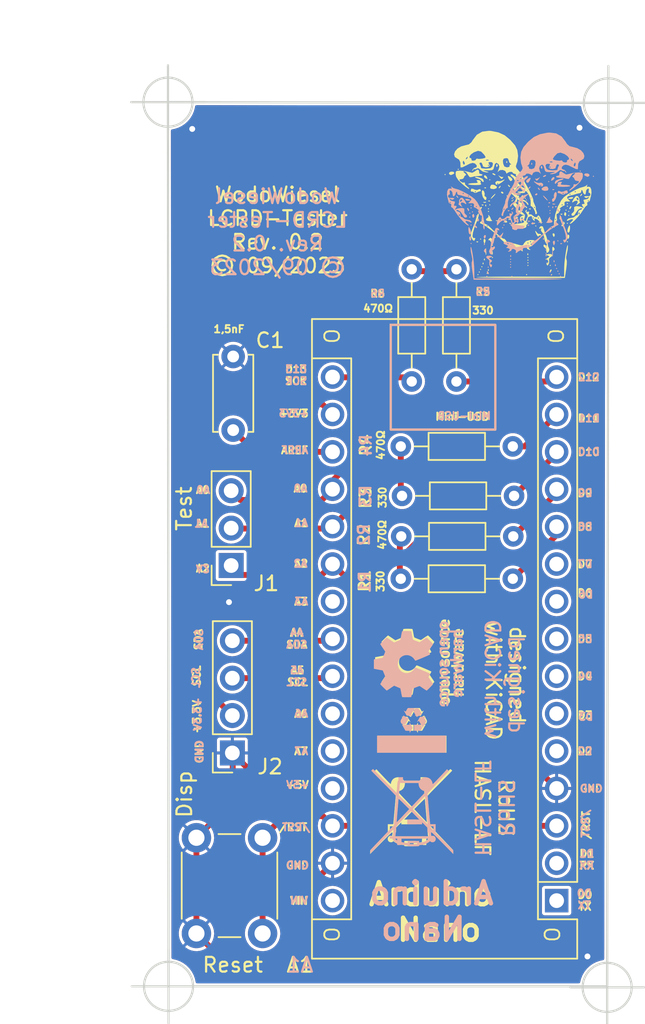
<source format=kicad_pcb>
(kicad_pcb (version 20211014) (generator pcbnew)
  (title_block (title "LCRD-TesterX") (date "2023-09-16") (rev "0.2") (company "WodoWiesel"))
  (layers (0 "F.Cu" mixed) (31 "B.Cu" mixed) (34 "B.Paste" user) (35 "F.Paste" user) (36 "B.SilkS" user "B.Silkscreen") (37 "F.SilkS" user "F.Silkscreen") (38 "B.Mask" user) (39 "F.Mask" user) (44 "Edge.Cuts" user))
  (net 0 "")
  (net 2 "Net-(A1-Pad17)")
  (net 5 "GND")
  (net 11 "Net-(A1-Pad19)")
  (net 12 "Net-(A1-Pad20)")
  (net 13 "Net-(A1-Pad21)")
  (net 15 "Net-(A1-Pad23)")
  (net 17 "Net-(A1-Pad24)")
  (net 19 "Net-(A1-Pad11)")
  (net 21 "Net-(A1-Pad12)")
  (net 22 "Net-(A1-Pad13)")
  (net 23 "Net-(A1-Pad14)")
  (net 24 "Net-(A1-Pad15)")
  (net 25 "Net-(A1-Pad16)")
  (net 26 "Net-(A1-Pad28)")
  (net 27 "Net-(A1-Pad18)")
  (footprint "Connector_PinSocket_2.54mm:PinSocket_1x03_P2.54mm_Vertical" (layer "F.Cu") (at 96.2605 109.62 180)
    (fp_text reference "J1" (at -2.3915 -1.218) (layer "F.SilkS"))
    (fp_text value "Test" (at 3.1965 3.862 270) (layer "F.SilkS"))
    (pad "1" thru_hole rect (at 0 0 180) (size 1.7 1.7) (drill 1) (layers *.Cu *.Mask) (net 13 "Net-(A1-Pad21)"))
    (pad "2" thru_hole oval (at 0 2.54 180) (size 1.7 1.7) (drill 1) (layers *.Cu *.Mask) (net 12 "Net-(A1-Pad20)"))
    (pad "3" thru_hole oval (at 0 5.08 180) (size 1.7 1.7) (drill 1) (layers *.Cu *.Mask) (net 11 "Net-(A1-Pad19)"))
  )
  (footprint "Resistor_THT:R_Axial_DIN0204_L3.6mm_D1.6mm_P7.62mm_Horizontal" (layer "F.Cu") (at 108.542 97.12 90)
    (fp_text reference "R6" (at 5.97 -2.3205) (layer "F.SilkS") (effects (font (size 0.5 0.5) (thickness 0.125))))
    (fp_text value "470Ω" (at 4.954 -2.29 180) (layer "F.SilkS") (effects (font (size 0.5 0.5) (thickness 0.125))))
    (fp_text user "${REFERENCE}" (at 5.97 -2.3205) (layer "B.SilkS") (effects (font (size 0.5 0.5) (thickness 0.108)) (justify mirror)))
    (pad "1" thru_hole circle (at 0 0 90) (size 1.4 1.4) (drill 0.7) (layers *.Cu *.Mask) (net 25 "Net-(A1-Pad16)"))
    (pad "2" thru_hole oval (at 7.62 0 90) (size 1.4 1.4) (drill 0.7) (layers *.Cu *.Mask) (net 13 "Net-(A1-Pad21)"))
  )
  (footprint "Resistor_THT:R_Axial_DIN0204_L3.6mm_D1.6mm_P7.62mm_Horizontal" (layer "F.Cu") (at 107.796 110.52)
    (fp_text reference "R1" (at -2.45 0.15 90) (layer "F.SilkS") (effects (font (size 0.75 0.75))))
    (fp_text value "330" (at -1.38 0.17 90) (layer "F.SilkS") (effects (font (size 0.5 0.5) (thickness 0.125))))
    (fp_text user "${REFERENCE}" (at -2.45 0.22 90) (layer "B.SilkS") (effects (font (size 0.75 0.75)) (justify mirror)))
    (pad "1" thru_hole circle locked (at 0 0) (size 1.4 1.4) (drill 0.7) (layers *.Cu *.Mask) (net 11 "Net-(A1-Pad19)"))
    (pad "2" thru_hole oval locked (at 7.62 0) (size 1.4 1.4) (drill 0.7) (layers *.Cu *.Mask) (net 19 "Net-(A1-Pad11)"))
  )
  (footprint "Capacitor_THT:C_Disc_D5.0mm_W2.5mm_P5.00mm" (layer "F.Cu") (at 96.3965 100.424 90)
    (fp_text reference "C1" (at 6.096 2.5095) (layer "F.SilkS"))
    (fp_text value "1,5nF" (at 6.858 -0.2845) (layer "F.SilkS") (effects (font (size 0.5 0.5) (thickness 0.125))))
    (pad "1" thru_hole circle (at 0 0 90) (size 1.6 1.6) (drill 0.8) (layers *.Cu *.Mask) (net 27 "Net-(A1-Pad18)"))
    (pad "2" thru_hole circle (at 5 0 90) (size 1.6 1.6) (drill 0.8) (layers *.Cu *.Mask) (net 5 "GND"))
  )
  (footprint "Logos:wiesel-kicad-back-white" (layer "F.Cu") (at 115.772 85.08)
    (fp_text reference "G21" hide)
    (fp_text value "LOGO" hide)
  )
  (footprint "Module:Arduino_Nano" (layer "F.Cu") (at 118.3955 132.38 180)
    (fp_text reference "A1" (at 17.4575 -4.366) (layer "B.SilkS") (effects (justify mirror)))
    (fp_text value "Arduino_Nano_v3.x")
    (fp_text user "${REFERENCE}" (at 17.4575 -4.366) (layer "F.SilkS"))
    (pad "1" thru_hole rect locked (at 0 0 180) (size 1.6 1.6) (drill 1) (layers *.Cu *.Mask))
    (pad "2" thru_hole oval locked (at 0 2.54 180) (size 1.6 1.6) (drill 1) (layers *.Cu *.Mask))
    (pad "3" thru_hole oval locked (at 0 5.08 180) (size 1.6 1.6) (drill 1) (layers *.Cu *.Mask) (net 26 "Net-(A1-Pad28)"))
    (pad "4" thru_hole oval locked (at 0 7.62 180) (size 1.6 1.6) (drill 1) (layers *.Cu *.Mask) (net 5 "GND"))
    (pad "5" thru_hole oval locked (at 0 10.16 180) (size 1.6 1.6) (drill 1) (layers *.Cu *.Mask))
    (pad "6" thru_hole oval locked (at 0 12.7 180) (size 1.6 1.6) (drill 1) (layers *.Cu *.Mask))
    (pad "7" thru_hole oval locked (at 0 15.24 180) (size 1.6 1.6) (drill 1) (layers *.Cu *.Mask))
    (pad "8" thru_hole oval locked (at 0 17.78 180) (size 1.6 1.6) (drill 1) (layers *.Cu *.Mask))
    (pad "9" thru_hole oval locked (at 0 20.32 180) (size 1.6 1.6) (drill 1) (layers *.Cu *.Mask))
    (pad "10" thru_hole oval locked (at 0 22.86 180) (size 1.6 1.6) (drill 1) (layers *.Cu *.Mask))
    (pad "11" thru_hole oval locked (at 0 25.4 180) (size 1.6 1.6) (drill 1) (layers *.Cu *.Mask) (net 19 "Net-(A1-Pad11)"))
    (pad "12" thru_hole oval locked (at 0 27.94 180) (size 1.6 1.6) (drill 1) (layers *.Cu *.Mask) (net 21 "Net-(A1-Pad12)"))
    (pad "13" thru_hole oval locked (at 0 30.48 180) (size 1.6 1.6) (drill 1) (layers *.Cu *.Mask) (net 22 "Net-(A1-Pad13)"))
    (pad "14" thru_hole oval locked (at 0 33.02 180) (size 1.6 1.6) (drill 1) (layers *.Cu *.Mask) (net 23 "Net-(A1-Pad14)"))
    (pad "15" thru_hole oval locked (at 0 35.56 180) (size 1.6 1.6) (drill 1) (layers *.Cu *.Mask) (net 24 "Net-(A1-Pad15)"))
    (pad "16" thru_hole oval locked (at 15.24 35.56 180) (size 1.6 1.6) (drill 1) (layers *.Cu *.Mask) (net 25 "Net-(A1-Pad16)"))
    (pad "17" thru_hole oval locked (at 15.24 33.02 180) (size 1.6 1.6) (drill 1) (layers *.Cu *.Mask) (net 2 "Net-(A1-Pad17)"))
    (pad "18" thru_hole oval locked (at 15.24 30.48 180) (size 1.6 1.6) (drill 1) (layers *.Cu *.Mask) (net 27 "Net-(A1-Pad18)"))
    (pad "19" thru_hole oval locked (at 15.24 27.94 180) (size 1.6 1.6) (drill 1) (layers *.Cu *.Mask) (net 11 "Net-(A1-Pad19)"))
    (pad "20" thru_hole oval locked (at 15.24 25.4 180) (size 1.6 1.6) (drill 1) (layers *.Cu *.Mask) (net 12 "Net-(A1-Pad20)"))
    (pad "21" thru_hole oval locked (at 15.24 22.86 180) (size 1.6 1.6) (drill 1) (layers *.Cu *.Mask) (net 13 "Net-(A1-Pad21)"))
    (pad "22" thru_hole oval locked (at 15.24 20.32 180) (size 1.6 1.6) (drill 1) (layers *.Cu *.Mask))
    (pad "23" thru_hole oval locked (at 15.24 17.78 180) (size 1.6 1.6) (drill 1) (layers *.Cu *.Mask) (net 15 "Net-(A1-Pad23)"))
    (pad "24" thru_hole oval locked (at 15.24 15.24 180) (size 1.6 1.6) (drill 1) (layers *.Cu *.Mask) (net 17 "Net-(A1-Pad24)"))
    (pad "25" thru_hole oval locked (at 15.24 12.7 180) (size 1.6 1.6) (drill 1) (layers *.Cu *.Mask))
    (pad "26" thru_hole oval locked (at 15.24 10.16 180) (size 1.6 1.6) (drill 1) (layers *.Cu *.Mask))
    (pad "27" thru_hole oval locked (at 15.24 7.62 180) (size 1.6 1.6) (drill 1) (layers *.Cu *.Mask))
    (pad "28" thru_hole oval locked (at 15.24 5.08 180) (size 1.6 1.6) (drill 1) (layers *.Cu *.Mask) (net 26 "Net-(A1-Pad28)"))
    (pad "29" thru_hole oval locked (at 15.24 2.54 180) (size 1.6 1.6) (drill 1) (layers *.Cu *.Mask) (net 5 "GND"))
    (pad "30" thru_hole oval locked (at 15.24 0 180) (size 1.6 1.6) (drill 1) (layers *.Cu *.Mask))
  )
  (footprint "Button_Switch_THT:SW_PUSH_6mm_H4.3mm" (layer "F.Cu") (at 98.398 128.11 -90)
    (fp_text reference "Reset" (at 8.636 2.032 180) (layer "F.SilkS"))
    (fp_text value "SW_Push" hide)
    (pad "1" thru_hole circle (at 6.5 0) (size 2 2) (drill 1.1) (layers *.Cu *.Mask) (net 26 "Net-(A1-Pad28)"))
    (pad "1" thru_hole circle (at 0 0) (size 2 2) (drill 1.1) (layers *.Cu *.Mask) (net 26 "Net-(A1-Pad28)"))
    (pad "2" thru_hole circle (at 0 4.5) (size 2 2) (drill 1.1) (layers *.Cu *.Mask) (net 5 "GND"))
    (pad "2" thru_hole circle (at 6.5 4.5) (size 2 2) (drill 1.1) (layers *.Cu *.Mask) (net 5 "GND"))
  )
  (footprint "Symbol:WEEE-Logo_5.6x8mm_SilkScreen" (layer "F.Cu") (at 108.5405 125.19 180)
    (fp_text reference "4*" hide)
    (fp_text value "WEEE-Logo_5.6x8mm_SilkScreen" hide)
  )
  (footprint "Logos:recycling-symbol-kicad" (layer "F.Cu") (at 108.6805 120.14)
    (fp_text reference "G3*" hide)
    (fp_text value "LOGO" hide)
  )
  (footprint "Resistor_THT:R_Axial_DIN0204_L3.6mm_D1.6mm_P7.62mm_Horizontal" (layer "F.Cu") (at 107.8805 104.89)
    (fp_text reference "R3" (at -2.48 0.12 90) (layer "F.SilkS") (effects (font (size 0.75 0.75))))
    (fp_text value "330" (at -1.324 0.106 90) (layer "F.SilkS") (effects (font (size 0.5 0.5) (thickness 0.125))))
    (fp_text user "${REFERENCE}" (at -2.48 0.02 90) (layer "B.SilkS") (effects (font (size 0.75 0.75)) (justify mirror)))
    (pad "1" thru_hole circle (at 0 0) (size 1.4 1.4) (drill 0.7) (layers *.Cu *.Mask) (net 12 "Net-(A1-Pad20)"))
    (pad "2" thru_hole oval (at 7.62 0) (size 1.4 1.4) (drill 0.7) (layers *.Cu *.Mask) (net 22 "Net-(A1-Pad13)"))
  )
  (footprint "Resistor_THT:R_Axial_DIN0204_L3.6mm_D1.6mm_P7.62mm_Horizontal" (layer "F.Cu") (at 111.5805 89.502 -90)
    (fp_text reference "R5" (at 1.524 -1.8035) (layer "F.SilkS") (effects (font (size 0.5 0.5) (thickness 0.125))))
    (fp_text value "330" (at 2.794 -1.8035) (layer "F.SilkS") (effects (font (size 0.5 0.5) (thickness 0.125))))
    (fp_text user "${REFERENCE}" (at 1.524 -1.8035) (layer "B.SilkS") (effects (font (size 0.5 0.5) (thickness 0.125)) (justify mirror)))
    (pad "1" thru_hole circle (at 0 0 270) (size 1.4 1.4) (drill 0.7) (layers *.Cu *.Mask) (net 13 "Net-(A1-Pad21)"))
    (pad "2" thru_hole oval (at 7.62 0 270) (size 1.4 1.4) (drill 0.7) (layers *.Cu *.Mask) (net 24 "Net-(A1-Pad15)"))
  )
  (footprint "Connector_PinSocket_2.54mm:PinSocket_1x04_P2.54mm_Vertical" (layer "F.Cu") (at 96.341 122.35 180)
    (fp_text reference "J2" (at -2.565 -0.934) (layer "F.SilkS"))
    (fp_text value "Disp" (at 3.259 -2.8 90) (layer "F.SilkS"))
    (pad "1" thru_hole rect (at 0 0 180) (size 1.7 1.7) (drill 1) (layers *.Cu *.Mask) (net 5 "GND"))
    (pad "2" thru_hole oval (at 0 2.54 180) (size 1.7 1.7) (drill 1) (layers *.Cu *.Mask) (net 2 "Net-(A1-Pad17)"))
    (pad "3" thru_hole oval (at 0 5.08 180) (size 1.7 1.7) (drill 1) (layers *.Cu *.Mask) (net 17 "Net-(A1-Pad24)"))
    (pad "4" thru_hole oval (at 0 7.62 180) (size 1.7 1.7) (drill 1) (layers *.Cu *.Mask) (net 15 "Net-(A1-Pad23)"))
  )
  (footprint "Resistor_THT:R_Axial_DIN0204_L3.6mm_D1.6mm_P7.62mm_Horizontal" (layer "F.Cu") (at 115.416 101.53 180)
    (fp_text reference "R4" (at 9.994 0.09 270) (layer "F.SilkS") (effects (font (size 0.75 0.75))))
    (fp_text value "470Ω" (at 8.978 0.09 270) (layer "F.SilkS") (effects (font (size 0.5 0.5) (thickness 0.125))))
    (fp_text user "${REFERENCE}" (at 9.994 0.07 90) (layer "B.SilkS") (effects (font (size 0.75 0.75)) (justify mirror)))
    (pad "1" thru_hole circle (at 0 0 180) (size 1.4 1.4) (drill 0.7) (layers *.Cu *.Mask) (net 23 "Net-(A1-Pad14)"))
    (pad "2" thru_hole oval (at 7.62 0 180) (size 1.4 1.4) (drill 0.7) (layers *.Cu *.Mask) (net 12 "Net-(A1-Pad20)"))
  )
  (footprint "Symbol:OSHW-Logo_5.7x6mm_SilkScreen" (layer "F.Cu") (at 109.066 116.172 90)
    (fp_text reference "G0*" hide)
    (fp_text value "OSHW-Logo_5.7x6mm_SilkScreen" hide)
  )
  (footprint "Resistor_THT:R_Axial_DIN0204_L3.6mm_D1.6mm_P7.62mm_Horizontal" (layer "F.Cu") (at 115.4465 107.64 180)
    (fp_text reference "R2" (at 10.16 0.104 270) (layer "F.SilkS") (effects (font (size 0.75 0.75))))
    (fp_text value "470Ω" (at 8.908 0.104 270) (layer "F.SilkS") (effects (font (size 0.5 0.5) (thickness 0.125))))
    (fp_text user "${REFERENCE}" (at 10.16 0.104 270) (layer "B.SilkS") (effects (font (size 0.75 0.75)) (justify mirror)))
    (pad "1" thru_hole circle (at 0 0 180) (size 1.4 1.4) (drill 0.7) (layers *.Cu *.Mask) (net 21 "Net-(A1-Pad12)"))
    (pad "2" thru_hole oval (at 7.62 0 180) (size 1.4 1.4) (drill 0.7) (layers *.Cu *.Mask) (net 11 "Net-(A1-Pad19)"))
  )
  (footprint "Symbol:OSHW-Logo_5.7x6mm_SilkScreen" (layer "B.Cu") (at 108.9805 116.31 -90)
    (fp_text reference "G0*" hide)
    (fp_text value "OSHW-Logo_5.7x6mm_SilkScreen" hide)
  )
  (footprint "Logos:recycling-symbol-kicad" (layer "B.Cu") (at 108.6805 120.14 180)
    (fp_text reference "G3*" hide)
    (fp_text value "LOGO" hide)
  )
  (footprint "Symbol:WEEE-Logo_5.6x8mm_SilkScreen" (layer "B.Cu") (at 108.5405 125.19)
    (fp_text reference "4*" hide)
    (fp_text value "WEEE-Logo_5.6x8mm_SilkScreen" hide)
  )
  (footprint "Logos:wiesel-kicad-back-white" (layer "B.Cu") (at 115.932 85.2 180)
    (fp_text reference "G21" hide)
    (fp_text value "LOGO" hide)
  )
  (gr_rect (start 107.1135 93.276) (end 114.2255 100.388) (layer "B.SilkS") (width 0.15) (fill none))
  (gr_rect (start 114.2255 93.276) (end 107.1135 100.388) (layer "F.SilkS") (width 0.15) (fill none))
  (gr_line (start 121.912 78.2) (end 121.832 138.2) (layer "Edge.Cuts") (width 0.15))
  (gr_line (start 91.962 78.15) (end 121.912 78.2) (layer "Edge.Cuts") (width 0.15))
  (gr_line (start 92 138.2) (end 91.962 78.15) (layer "Edge.Cuts") (width 0.15))
  (gr_line (start 121.832 138.2) (end 92 138.2) (layer "Edge.Cuts") (width 0.15))
  (gr_text "A4\nSDA" (at 100.7255 114.59) (layer "B.SilkS") (effects (font (size 0.5 0.5) (thickness 0.125)) (justify mirror)))
  (gr_text "A6" (at 101.027967 119.681606) (layer "B.SilkS") (effects (font (size 0.5 0.5) (thickness 0.125)) (justify mirror)))
  (gr_text "A0" (at 94.3605 104.488) (layer "B.SilkS") (effects (font (size 0.5 0.5) (thickness 0.125)) (justify mirror)))
  (gr_text "RoHS\nHASL-LF" (at 114.146 126.078 270) (layer "B.SilkS") (effects (font (size 1 1)) (justify mirror)))
  (gr_text "A5\nSCL" (at 100.7255 117.143033) (layer "B.SilkS") (effects (font (size 0.5 0.5) (thickness 0.125)) (justify mirror)))
  (gr_text "A0" (at 100.978319 104.381927) (layer "B.SilkS") (effects (font (size 0.5 0.5) (thickness 0.125)) (justify mirror)))
  (gr_text "/RST" (at 100.6755 127.39) (layer "B.SilkS") (effects (font (size 0.5 0.5) (thickness 0.125)) (justify mirror)))
  (gr_text "WodoWiesel\nLCRD-Tester\nRev. 0.2\n© 09/2023" (at 99.414 86.962) (layer "B.SilkS") (effects (font (size 1 1)) (justify mirror)))
  (gr_text "A1" (at 94.2105 106.774) (layer "B.SilkS") (effects (font (size 0.5 0.5) (thickness 0.125)) (justify mirror)))
  (gr_text "D3" (at 120.3755 119.89) (layer "B.SilkS") (effects (font (size 0.5 0.5) (thickness 0.125)) (justify mirror)))
  (gr_text "VIN" (at 100.879024 132.37486) (layer "B.SilkS") (effects (font (size 0.5 0.5) (thickness 0.125)) (justify mirror)))
  (gr_text "designed \nwith KiCAD" (at 114.8205 117.32 270) (layer "B.SilkS") (effects (font (size 1 1)) (justify mirror)))
  (gr_text "GND" (at 100.779728 129.975222) (layer "B.SilkS") (effects (font (size 0.5 0.5) (thickness 0.125)) (justify mirror)))
  (gr_text "A7" (at 101.027967 122.230186) (layer "B.SilkS") (effects (font (size 0.5 0.5) (thickness 0.125)) (justify mirror)))
  (gr_text "D12" (at 120.5755 96.832) (layer "B.SilkS") (effects (font (size 0.5 0.5) (thickness 0.125)) (justify mirror)))
  (gr_text "D0\nTX" (at 120.2755 132.29) (layer "B.SilkS") (effects (font (size 0.5 0.5) (thickness 0.125)) (justify mirror)))
  (gr_text "D13\nSCK" (at 100.680433 96.686539) (layer "B.SilkS") (effects (font (size 0.5 0.5) (thickness 0.125)) (justify mirror)))
  (gr_text "+5V" (at 100.779728 124.513979) (layer "B.SilkS") (effects (font (size 0.5 0.5) (thickness 0.125)) (justify mirror)))
  (gr_text "+3V3" (at 100.514941 99.284767) (layer "B.SilkS") (effects (font (size 0.5 0.5) (thickness 0.125)) (justify mirror)))
  (gr_text "D2" (at 120.3215 122.232) (layer "B.SilkS") (effects (font (size 0.5 0.5) (thickness 0.125)) (justify mirror)))
  (gr_text "D7" (at 120.334112 109.517264) (layer "B.SilkS") (effects (font (size 0.5 0.5) (thickness 0.125)) (justify mirror)))
  (gr_text "A1" (at 101.027967 106.733572) (layer "B.SilkS") (effects (font (size 0.5 0.5) (thickness 0.125)) (justify mirror)))
  (gr_text "D4" (at 120.334112 117.141283) (layer "B.SilkS") (effects (font (size 0.5 0.5) (thickness 0.125)) (justify mirror)))
  (gr_text "D1\nRX" (at 120.432 129.59) (layer "B.SilkS") (effects (font (size 0.5 0.5) (thickness 0.125)) (justify mirror)))
  (gr_text "+3.3V" (at 93.982 119.71 90) (layer "B.SilkS") (effects (font (size 0.5 0.5) (thickness 0.125)) (justify mirror)))
  (gr_text "A2" (at 94.334 109.822 180) (layer "B.SilkS") (effects (font (size 0.5 0.5) (thickness 0.125)) (justify mirror)))
  (gr_text "D6" (at 120.3755 111.59) (layer "B.SilkS") (effects (font (size 0.5 0.5) (thickness 0.125)) (justify mirror)))
  (gr_text "Arduino \nNano" (at 109.32 133.09) (layer "B.SilkS") (effects (font (size 1.5 1.5) (thickness 0.3)) (justify mirror)))
  (gr_text "Mini-USB" (at 112.1005 99.46) (layer "B.SilkS") (effects (font (size 0.5 0.5) (thickness 0.125)) (justify mirror)))
  (gr_text "SDA" (at 94.08 114.648 90) (layer "B.SilkS") (effects (font (size 0.5 0.5) (thickness 0.125)) (justify mirror)))
  (gr_text "SCL" (at 93.862 117.23 90) (layer "B.SilkS") (effects (font (size 0.5 0.5) (thickness 0.125)) (justify mirror)))
  (gr_text "GND" (at 120.75 124.772) (layer "B.SilkS") (effects (font (size 0.5 0.5) (thickness 0.125)) (justify mirror)))
  (gr_text "D8" (at 120.334112 106.982688) (layer "B.SilkS") (effects (font (size 0.5 0.5) (thickness 0.125)) (justify mirror)))
  (gr_text "/RST" (at 120.352 127.15 90) (layer "B.SilkS") (effects (font (size 0.5 0.5) (thickness 0.125)) (justify mirror)))
  (gr_text "D10" (at 120.595616 101.89342) (layer "B.SilkS") (effects (font (size 0.5 0.5) (thickness 0.125)) (justify mirror)))
  (gr_text "A2" (at 100.9755 109.49) (layer "B.SilkS") (effects (font (size 0.5 0.5) (thickness 0.125)) (justify mirror)))
  (gr_text "D5" (at 120.334112 114.606707) (layer "B.SilkS") (effects (font (size 0.5 0.5) (thickness 0.125)) (justify mirror)))
  (gr_text "GND" (at 94.102 122.25 90) (layer "B.SilkS") (effects (font (size 0.5 0.5) (thickness 0.125)) (justify mirror)))
  (gr_text "D9" (at 120.334112 104.6895) (layer "B.SilkS") (effects (font (size 0.5 0.5) (thickness 0.125)) (justify mirror)))
  (gr_text "A3" (at 101.027967 112.062422) (layer "B.SilkS") (effects (font (size 0.5 0.5) (thickness 0.125)) (justify mirror)))
  (gr_text "D11" (at 120.595616 99.620348) (layer "B.SilkS") (effects (font (size 0.5 0.5) (thickness 0.125)) (justify mirror)))
  (gr_text "AREF" (at 100.581138 101.783699) (layer "B.SilkS") (effects (font (size 0.5 0.5) (thickness 0.125)) (justify mirror)))
  (gr_text "A1" (at 101.0175 106.738) (layer "F.SilkS") (effects (font (size 0.5 0.5) (thickness 0.125))))
  (gr_text "designed \nwith KiCAD" (at 114.908 117.442 -90) (layer "F.SilkS") (effects (font (size 1 1))))
  (gr_text "D2" (at 120.3215 122.232) (layer "F.SilkS") (effects (font (size 0.5 0.5) (thickness 0.125))))
  (gr_text "GND" (at 94.102 122.28 90) (layer "F.SilkS") (effects (font (size 0.5 0.5) (thickness 0.125))))
  (gr_text "D10" (at 120.5755 101.912) (layer "F.SilkS") (effects (font (size 0.5 0.5) (thickness 0.125))))
  (gr_text "D0\nTX" (at 120.3215 132.392) (layer "F.SilkS") (effects (font (size 0.5 0.5) (thickness 0.125))))
  (gr_text "O" (at 103.0495 134.678 270) (layer "F.SilkS") (effects (font (size 1 1) (thickness 0.125))))
  (gr_text "A5\nSCL" (at 100.7755 117.14) (layer "F.SilkS") (effects (font (size 0.5 0.5) (thickness 0.125))))
  (gr_text "A4\nSDA" (at 100.7255 114.59) (layer "F.SilkS") (effects (font (size 0.5 0.5) (thickness 0.125))))
  (gr_text "+5V" (at 100.7635 124.518) (layer "F.SilkS") (effects (font (size 0.5 0.5) (thickness 0.125))))
  (gr_text "WodoWiesel\nLCRD-Tester\nRev. 0.2\n© 09/2023" (at 99.4205 86.84) (layer "F.SilkS") (effects (font (size 1 1))))
  (gr_text "D13\nSCK" (at 100.6755 96.69) (layer "F.SilkS") (effects (font (size 0.5 0.5) (thickness 0.125))))
  (gr_text "A6" (at 101.0175 119.692) (layer "F.SilkS") (effects (font (size 0.5 0.5) (thickness 0.125))))
  (gr_text "SDA" (at 94.03 114.648 90) (layer "F.SilkS") (effects (font (size 0.5 0.5) (thickness 0.125))))
  (gr_text "D7" (at 120.3215 109.532) (layer "F.SilkS") (effects (font (size 0.5 0.5) (thickness 0.125))))
  (gr_text "D11" (at 120.5755 99.626) (layer "F.SilkS") (effects (font (size 0.5 0.5) (thickness 0.125))))
  (gr_text "D12" (at 120.5755 96.832) (layer "F.SilkS") (effects (font (size 0.5 0.5) (thickness 0.125))))
  (gr_text "AREF" (at 100.5755 101.79) (layer "F.SilkS") (effects (font (size 0.5 0.5) (thickness 0.125))))
  (gr_text "Arduino \nNano" (at 110.4155 133.154) (layer "F.SilkS") (effects (font (size 1.5 1.5) (thickness 0.3))))
  (gr_text "D8" (at 120.3215 106.992) (layer "F.SilkS") (effects (font (size 0.5 0.5) (thickness 0.125))))
  (gr_text "D1\nRX" (at 120.452 129.598) (layer "F.SilkS") (effects (font (size 0.5 0.5) (thickness 0.125))))
  (gr_text "A2" (at 101.0175 109.49) (layer "F.SilkS") (effects (font (size 0.5 0.5) (thickness 0.125))))
  (gr_text "D4" (at 120.3215 117.152) (layer "F.SilkS") (effects (font (size 0.5 0.5) (thickness 0.125))))
  (gr_text "D3" (at 120.334112 119.79) (layer "F.SilkS") (effects (font (size 0.5 0.5) (thickness 0.125))))
  (gr_text "A3" (at 101.0175 112.072) (layer "F.SilkS") (effects (font (size 0.5 0.5) (thickness 0.125))))
  (gr_text "+3.3V" (at 93.922 119.89 90) (layer "F.SilkS") (effects (font (size 0.5 0.5) (thickness 0.125))))
  (gr_text "D9" (at 120.3215 104.706) (layer "F.SilkS") (effects (font (size 0.5 0.5) (thickness 0.125))))
  (gr_text "A0" (at 94.334 104.488) (layer "F.SilkS") (effects (font (size 0.5 0.5) (thickness 0.125))))
  (gr_text "/RST" (at 100.4755 127.39) (layer "F.SilkS") (effects (font (size 0.5 0.5) (thickness 0.125))))
  (gr_text "O" (at 103.0495 94.038 270) (layer "F.SilkS") (effects (font (size 1 1) (thickness 0.125))))
  (gr_text "A0" (at 100.9755 104.39) (layer "F.SilkS") (effects (font (size 0.5 0.5) (thickness 0.125))))
  (gr_text "RoHS\nHASL-LF" (at 114.146 126.078 270) (layer "F.SilkS") (effects (font (size 1 1))))
  (gr_text "SCL" (at 93.922 117.11 90) (layer "F.SilkS") (effects (font (size 0.5 0.5) (thickness 0.125))))
  (gr_text "O" (at 118.0355 134.678 270) (layer "F.SilkS") (effects (font (size 1 1) (thickness 0.125))))
  (gr_text "A7" (at 101.0175 122.232) (layer "F.SilkS") (effects (font (size 0.5 0.5) (thickness 0.125))))
  (gr_text "A1" (at 94.334 106.774) (layer "F.SilkS") (effects (font (size 0.5 0.5) (thickness 0.125))))
  (gr_text "A2" (at 94.334 109.822) (layer "F.SilkS") (effects (font (size 0.5 0.5) (thickness 0.125))))
  (gr_text "/RST" (at 120.392 127.25 90) (layer "F.SilkS") (effects (font (size 0.5 0.5) (thickness 0.125))))
  (gr_text "VIN" (at 100.8755 132.39) (layer "F.SilkS") (effects (font (size 0.5 0.5) (thickness 0.125))))
  (gr_text "Mini-USB" (at 111.9705 99.51) (layer "F.SilkS") (effects (font (size 0.5 0.5) (thickness 0.125))))
  (gr_text "GND" (at 120.75 124.772) (layer "F.SilkS") (effects (font (size 0.5 0.5) (thickness 0.125))))
  (gr_text "O" (at 118.2895 94.038 270) (layer "F.SilkS") (effects (font (size 1 1) (thickness 0.125))))
  (gr_text "D6" (at 120.3215 111.49) (layer "F.SilkS") (effects (font (size 0.5 0.5) (thickness 0.125))))
  (gr_text "D5" (at 120.3215 114.612) (layer "F.SilkS") (effects (font (size 0.5 0.5) (thickness 0.125))))
  (gr_text "+3V3" (at 100.5095 99.29) (layer "F.SilkS") (effects (font (size 0.5 0.5) (thickness 0.125))))
  (gr_text "GND" (at 100.7635 129.99) (layer "F.SilkS") (effects (font (size 0.5 0.5) (thickness 0.125))))
  (target plus (at 121.912 78.2) (size 5) (width 0.15) (layer "Edge.Cuts"))
  (target plus (at 91.962 78.15) (size 5) (width 0.15) (layer "Edge.Cuts"))
  (target plus (at 121.832 138.27) (size 5) (width 0.15) (layer "Edge.Cuts"))
  (target plus (at 92 138.2) (size 5) (width 0.15) (layer "Edge.Cuts"))
  (segment (start 102.4655 98.67) (end 103.1555 99.36) (width 0.4) (layer "F.Cu") (net 2))
  (segment (start 96.341 119.81) (end 93.862 117.331) (width 0.4) (layer "F.Cu") (net 2))
  (segment (start 93.862 117.331) (end 93.862 100.48) (width 0.4) (layer "F.Cu") (net 2))
  (segment (start 93.862 100.48) (end 95.672 98.67) (width 0.4) (layer "F.Cu") (net 2))
  (segment (start 95.672 98.67) (end 102.4655 98.67) (width 0.4) (layer "F.Cu") (net 2))
  (segment (start 93.898 128.11) (end 93.898 134.61) (width 0.4) (layer "F.Cu") (net 5))
  (segment (start 103.1555 129.84) (end 101.446 131.5495) (width 0.4) (layer "F.Cu") (net 5))
  (segment (start 97.551489 123.560489) (end 117.195989 123.560489) (width 0.4) (layer "F.Cu") (net 5))
  (segment (start 96.366 125.642) (end 93.898 128.11) (width 0.4) (layer "F.Cu") (net 5))
  (segment (start 99.414 136.492) (end 95.78 136.492) (width 0.4) (layer "F.Cu") (net 5))
  (segment (start 117.195989 123.560489) (end 118.3955 124.76) (width 0.4) (layer "F.Cu") (net 5))
  (segment (start 95.78 136.492) (end 93.898 134.61) (width 0.4) (layer "F.Cu") (net 5))
  (segment (start 101.446 131.5495) (end 101.446 134.46) (width 0.4) (layer "F.Cu") (net 5))
  (segment (start 96.341 122.35) (end 96.366 122.375) (width 0.4) (layer "F.Cu") (net 5))
  (segment (start 96.366 122.375) (end 96.366 125.642) (width 0.4) (layer "F.Cu") (net 5))
  (segment (start 101.446 134.46) (end 99.414 136.492) (width 0.4) (layer "F.Cu") (net 5))
  (segment (start 96.341 122.35) (end 97.551489 123.560489) (width 0.4) (layer "F.Cu") (net 5))
  (via (at 96.112 112.108) (size 0.8) (drill 0.4) (layers "F.Cu" "B.Cu") (net 5))
  (via (at 120.492 136.17) (size 0.8) (drill 0.4) (layers "F.Cu" "B.Cu") (net 5))
  (via (at 93.612 79.97) (size 0.8) (drill 0.4) (layers "F.Cu" "B.Cu") (net 5))
  (via (at 119.952 79.89) (size 0.8) (drill 0.4) (layers "F.Cu" "B.Cu") (net 5))
  (segment (start 109.574 101.186) (end 108.304 99.916) (width 0.4) (layer "F.Cu") (net 11))
  (segment (start 96.2605 104.54) (end 96.8905 105.17) (width 0.4) (layer "F.Cu") (net 11))
  (segment (start 107.7305 109.37) (end 107.7305 107.736) (width 0.4) (layer "F.Cu") (net 11))
  (segment (start 107.10275 99.916) (end 103.1555 103.86325) (width 0.4) (layer "F.Cu") (net 11))
  (segment (start 109.574 107.338) (end 109.574 101.186) (width 0.4) (layer "F.Cu") (net 11))
  (segment (start 107.7305 110.4545) (end 107.7305 109.37) (width 0.4) (layer "F.Cu") (net 11))
  (segment (start 107.852 109.06) (end 109.574 107.338) (width 0.4) (layer "F.Cu") (net 11))
  (segment (start 102.4255 105.17) (end 103.1555 104.44) (width 0.4) (layer "F.Cu") (net 11))
  (segment (start 108.304 99.916) (end 107.10275 99.916) (width 0.4) (layer "F.Cu") (net 11))
  (segment (start 103.1555 103.86325) (end 103.1555 104.44) (width 0.4) (layer "F.Cu") (net 11))
  (segment (start 107.796 110.52) (end 107.7305 110.4545) (width 0.4) (layer "F.Cu") (net 11))
  (segment (start 107.7305 107.736) (end 107.8265 107.64) (width 0.4) (layer "F.Cu") (net 11))
  (segment (start 96.8905 105.17) (end 102.4255 105.17) (width 0.4) (layer "F.Cu") (net 11))
  (segment (start 103.0255 107.11) (end 103.1555 106.98) (width 0.4) (layer "F.Cu") (net 12))
  (segment (start 107.8805 104.8) (end 107.8805 104.89) (width 0.4) (layer "F.Cu") (net 12))
  (segment (start 107.796 104.8055) (end 107.796 101.53) (width 0.4) (layer "F.Cu") (net 12))
  (segment (start 96.2905 107.11) (end 103.0255 107.11) (width 0.4) (layer "F.Cu") (net 12))
  (segment (start 107.8805 104.89) (end 107.796 104.8055) (width 0.4) (layer "F.Cu") (net 12))
  (segment (start 96.2605 107.08) (end 96.2905 107.11) (width 0.4) (layer "F.Cu") (net 12))
  (segment (start 107.796 103.218) (end 106.9175 103.218) (width 0.4) (layer "F.Cu") (net 12))
  (segment (start 106.9175 103.218) (end 103.1555 106.98) (width 0.4) (layer "F.Cu") (net 12))
  (segment (start 110.042 89.8715) (end 110.042 98.64) (width 0.4) (layer "F.Cu") (net 13))
  (segment (start 108.792 112.23) (end 105.8655 112.23) (width 0.4) (layer "F.Cu") (net 13))
  (segment (start 110.042 98.64) (end 110.832 99.43) (width 0.4) (layer "F.Cu") (net 13))
  (segment (start 102.4155 110.26) (end 103.1555 109.52) (width 0.4) (layer "F.Cu") (net 13))
  (segment (start 105.8655 112.23) (end 103.1555 109.52) (width 0.4) (layer "F.Cu") (net 13))
  (segment (start 108.558 89.63) (end 109.8005 89.63) (width 0.4) (layer "F.Cu") (net 13))
  (segment (start 109.8005 89.63) (end 111.4525 89.63) (width 0.4) (layer "F.Cu") (net 13))
  (segment (start 96.2605 109.62) (end 96.9005 110.26) (width 0.4) (layer "F.Cu") (net 13))
  (segment (start 109.8005 89.63) (end 110.042 89.8715) (width 0.4) (layer "F.Cu") (net 13))
  (segment (start 110.832 99.43) (end 110.832 110.19) (width 0.4) (layer "F.Cu") (net 13))
  (segment (start 111.4525 89.63) (end 111.5805 89.502) (width 0.4) (layer "F.Cu") (net 13))
  (segment (start 96.9005 110.26) (end 102.4155 110.26) (width 0.4) (layer "F.Cu") (net 13))
  (segment (start 110.832 110.19) (end 108.792 112.23) (width 0.4) (layer "F.Cu") (net 13))
  (segment (start 103.0255 114.73) (end 103.1555 114.6) (width 0.4) (layer "F.Cu") (net 15))
  (segment (start 96.341 114.73) (end 103.0255 114.73) (width 0.4) (layer "F.Cu") (net 15))
  (segment (start 103.0255 117.27) (end 103.1555 117.14) (width 0.4) (layer "F.Cu") (net 17))
  (segment (start 96.341 117.27) (end 103.0255 117.27) (width 0.4) (layer "F.Cu") (net 17))
  (segment (start 118.3955 107.5405) (end 118.3955 106.98) (width 0.4) (layer "F.Cu") (net 19))
  (segment (start 115.416 110.52) (end 118.3955 107.5405) (width 0.4) (layer "F.Cu") (net 19))
  (segment (start 115.4465 107.64) (end 118.3955 104.691) (width 0.4) (layer "F.Cu") (net 21))
  (segment (start 118.3955 104.691) (end 118.3955 104.44) (width 0.4) (layer "F.Cu") (net 21))
  (segment (start 115.5005 104.89) (end 118.3955 101.995) (width 0.4) (layer "F.Cu") (net 22))
  (segment (start 116.2255 101.53) (end 118.3955 99.36) (width 0.4) (layer "F.Cu") (net 23))
  (segment (start 115.416 101.53) (end 116.2255 101.53) (width 0.4) (layer "F.Cu") (net 23))
  (segment (start 118.0935 97.122) (end 118.3955 96.82) (width 0.4) (layer "F.Cu") (net 24))
  (segment (start 111.5805 97.122) (end 118.0935 97.122) (width 0.4) (layer "F.Cu") (net 24))
  (segment (start 108.558 97.122) (end 108.276 96.84) (width 0.4) (layer "F.Cu") (net 25))
  (segment (start 103.1755 96.84) (end 103.1555 96.82) (width 0.4) (layer "F.Cu") (net 25))
  (segment (start 108.276 96.84) (end 103.1755 96.84) (width 0.4) (layer "F.Cu") (net 25))
  (segment (start 98.398 128.11) (end 99.87 126.638) (width 0.4) (layer "F.Cu") (net 26))
  (segment (start 98.398 128.11) (end 98.398 134.61) (width 0.4) (layer "F.Cu") (net 26))
  (segment (start 106.3405 127.3) (end 118.3955 127.3) (width 0.4) (layer "F.Cu") (net 26))
  (segment (start 102.4935 126.638) (end 103.1555 127.3) (width 0.4) (layer "F.Cu") (net 26))
  (segment (start 99.87 126.638) (end 102.4935 126.638) (width 0.4) (layer "F.Cu") (net 26))
  (segment (start 103.1555 127.3) (end 106.3405 127.3) (width 0.4) (layer "F.Cu") (net 26))
  (segment (start 97.8725 101.9) (end 103.1555 101.9) (width 0.4) (layer "F.Cu") (net 27))
  (segment (start 96.3965 100.424) (end 97.8725 101.9) (width 0.4) (layer "F.Cu") (net 27))
  (zone (net 5) (net_name "GND") (layers F&B.Cu) (name "GND-Plane") (connect_pads (clearance 0.2)) (min_thickness 0.2) (fill yes (thermal_gap 0.2) (thermal_bridge_width 0.2))
    (polygon (pts (xy 121.762 138.17) (xy 92 138.2) (xy 91.952 78.18) (xy 121.932 78.22)))
  )
)
</source>
